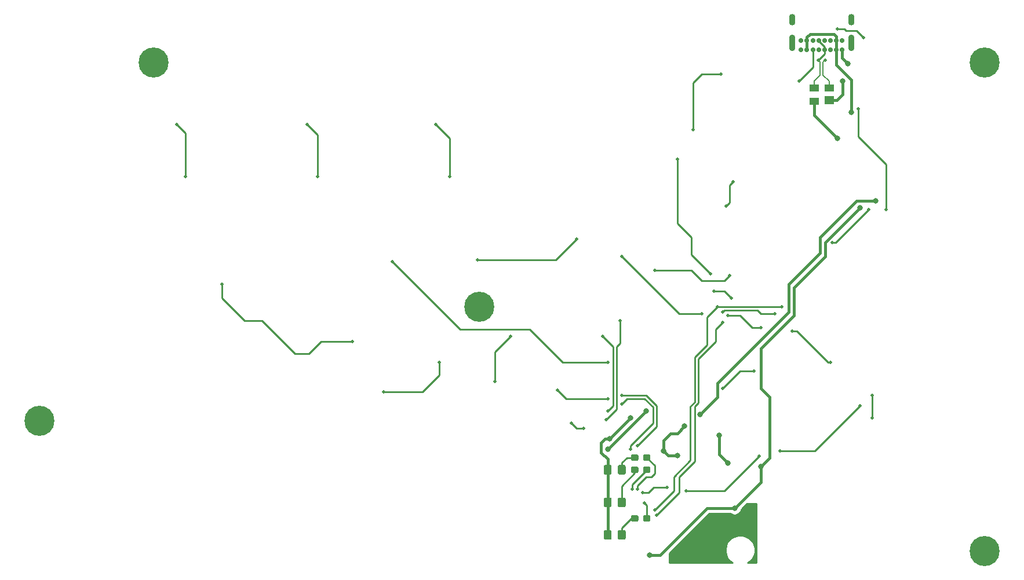
<source format=gtl>
G04 #@! TF.GenerationSoftware,KiCad,Pcbnew,5.1.5*
G04 #@! TF.CreationDate,2019-12-26T05:57:11+09:00*
G04 #@! TF.ProjectId,half_qwerty,68616c66-5f71-4776-9572-74792e6b6963,rev?*
G04 #@! TF.SameCoordinates,Original*
G04 #@! TF.FileFunction,Copper,L1,Top*
G04 #@! TF.FilePolarity,Positive*
%FSLAX46Y46*%
G04 Gerber Fmt 4.6, Leading zero omitted, Abs format (unit mm)*
G04 Created by KiCad (PCBNEW 5.1.5) date 2019-12-26 05:57:11*
%MOMM*%
%LPD*%
G04 APERTURE LIST*
%ADD10C,0.100000*%
%ADD11C,0.700000*%
%ADD12O,0.900000X2.400000*%
%ADD13O,0.900000X1.700000*%
%ADD14R,1.400000X1.000000*%
%ADD15R,1.400000X1.200000*%
%ADD16C,4.400000*%
%ADD17C,0.500000*%
%ADD18C,0.800000*%
%ADD19C,0.250000*%
%ADD20C,0.400000*%
%ADD21C,0.200000*%
%ADD22C,0.254000*%
G04 APERTURE END LIST*
G04 #@! TA.AperFunction,SMDPad,CuDef*
D10*
G36*
X170631779Y-139988144D02*
G01*
X170654834Y-139991563D01*
X170677443Y-139997227D01*
X170699387Y-140005079D01*
X170720457Y-140015044D01*
X170740448Y-140027026D01*
X170759168Y-140040910D01*
X170776438Y-140056562D01*
X170792090Y-140073832D01*
X170805974Y-140092552D01*
X170817956Y-140112543D01*
X170827921Y-140133613D01*
X170835773Y-140155557D01*
X170841437Y-140178166D01*
X170844856Y-140201221D01*
X170846000Y-140224500D01*
X170846000Y-140699500D01*
X170844856Y-140722779D01*
X170841437Y-140745834D01*
X170835773Y-140768443D01*
X170827921Y-140790387D01*
X170817956Y-140811457D01*
X170805974Y-140831448D01*
X170792090Y-140850168D01*
X170776438Y-140867438D01*
X170759168Y-140883090D01*
X170740448Y-140896974D01*
X170720457Y-140908956D01*
X170699387Y-140918921D01*
X170677443Y-140926773D01*
X170654834Y-140932437D01*
X170631779Y-140935856D01*
X170608500Y-140937000D01*
X170033500Y-140937000D01*
X170010221Y-140935856D01*
X169987166Y-140932437D01*
X169964557Y-140926773D01*
X169942613Y-140918921D01*
X169921543Y-140908956D01*
X169901552Y-140896974D01*
X169882832Y-140883090D01*
X169865562Y-140867438D01*
X169849910Y-140850168D01*
X169836026Y-140831448D01*
X169824044Y-140811457D01*
X169814079Y-140790387D01*
X169806227Y-140768443D01*
X169800563Y-140745834D01*
X169797144Y-140722779D01*
X169796000Y-140699500D01*
X169796000Y-140224500D01*
X169797144Y-140201221D01*
X169800563Y-140178166D01*
X169806227Y-140155557D01*
X169814079Y-140133613D01*
X169824044Y-140112543D01*
X169836026Y-140092552D01*
X169849910Y-140073832D01*
X169865562Y-140056562D01*
X169882832Y-140040910D01*
X169901552Y-140027026D01*
X169921543Y-140015044D01*
X169942613Y-140005079D01*
X169964557Y-139997227D01*
X169987166Y-139991563D01*
X170010221Y-139988144D01*
X170033500Y-139987000D01*
X170608500Y-139987000D01*
X170631779Y-139988144D01*
G37*
G04 #@! TD.AperFunction*
G04 #@! TA.AperFunction,SMDPad,CuDef*
G36*
X172381779Y-139988144D02*
G01*
X172404834Y-139991563D01*
X172427443Y-139997227D01*
X172449387Y-140005079D01*
X172470457Y-140015044D01*
X172490448Y-140027026D01*
X172509168Y-140040910D01*
X172526438Y-140056562D01*
X172542090Y-140073832D01*
X172555974Y-140092552D01*
X172567956Y-140112543D01*
X172577921Y-140133613D01*
X172585773Y-140155557D01*
X172591437Y-140178166D01*
X172594856Y-140201221D01*
X172596000Y-140224500D01*
X172596000Y-140699500D01*
X172594856Y-140722779D01*
X172591437Y-140745834D01*
X172585773Y-140768443D01*
X172577921Y-140790387D01*
X172567956Y-140811457D01*
X172555974Y-140831448D01*
X172542090Y-140850168D01*
X172526438Y-140867438D01*
X172509168Y-140883090D01*
X172490448Y-140896974D01*
X172470457Y-140908956D01*
X172449387Y-140918921D01*
X172427443Y-140926773D01*
X172404834Y-140932437D01*
X172381779Y-140935856D01*
X172358500Y-140937000D01*
X171783500Y-140937000D01*
X171760221Y-140935856D01*
X171737166Y-140932437D01*
X171714557Y-140926773D01*
X171692613Y-140918921D01*
X171671543Y-140908956D01*
X171651552Y-140896974D01*
X171632832Y-140883090D01*
X171615562Y-140867438D01*
X171599910Y-140850168D01*
X171586026Y-140831448D01*
X171574044Y-140811457D01*
X171564079Y-140790387D01*
X171556227Y-140768443D01*
X171550563Y-140745834D01*
X171547144Y-140722779D01*
X171546000Y-140699500D01*
X171546000Y-140224500D01*
X171547144Y-140201221D01*
X171550563Y-140178166D01*
X171556227Y-140155557D01*
X171564079Y-140133613D01*
X171574044Y-140112543D01*
X171586026Y-140092552D01*
X171599910Y-140073832D01*
X171615562Y-140056562D01*
X171632832Y-140040910D01*
X171651552Y-140027026D01*
X171671543Y-140015044D01*
X171692613Y-140005079D01*
X171714557Y-139997227D01*
X171737166Y-139991563D01*
X171760221Y-139988144D01*
X171783500Y-139987000D01*
X172358500Y-139987000D01*
X172381779Y-139988144D01*
G37*
G04 #@! TD.AperFunction*
G04 #@! TA.AperFunction,SMDPad,CuDef*
G36*
X170631779Y-132876144D02*
G01*
X170654834Y-132879563D01*
X170677443Y-132885227D01*
X170699387Y-132893079D01*
X170720457Y-132903044D01*
X170740448Y-132915026D01*
X170759168Y-132928910D01*
X170776438Y-132944562D01*
X170792090Y-132961832D01*
X170805974Y-132980552D01*
X170817956Y-133000543D01*
X170827921Y-133021613D01*
X170835773Y-133043557D01*
X170841437Y-133066166D01*
X170844856Y-133089221D01*
X170846000Y-133112500D01*
X170846000Y-133587500D01*
X170844856Y-133610779D01*
X170841437Y-133633834D01*
X170835773Y-133656443D01*
X170827921Y-133678387D01*
X170817956Y-133699457D01*
X170805974Y-133719448D01*
X170792090Y-133738168D01*
X170776438Y-133755438D01*
X170759168Y-133771090D01*
X170740448Y-133784974D01*
X170720457Y-133796956D01*
X170699387Y-133806921D01*
X170677443Y-133814773D01*
X170654834Y-133820437D01*
X170631779Y-133823856D01*
X170608500Y-133825000D01*
X170033500Y-133825000D01*
X170010221Y-133823856D01*
X169987166Y-133820437D01*
X169964557Y-133814773D01*
X169942613Y-133806921D01*
X169921543Y-133796956D01*
X169901552Y-133784974D01*
X169882832Y-133771090D01*
X169865562Y-133755438D01*
X169849910Y-133738168D01*
X169836026Y-133719448D01*
X169824044Y-133699457D01*
X169814079Y-133678387D01*
X169806227Y-133656443D01*
X169800563Y-133633834D01*
X169797144Y-133610779D01*
X169796000Y-133587500D01*
X169796000Y-133112500D01*
X169797144Y-133089221D01*
X169800563Y-133066166D01*
X169806227Y-133043557D01*
X169814079Y-133021613D01*
X169824044Y-133000543D01*
X169836026Y-132980552D01*
X169849910Y-132961832D01*
X169865562Y-132944562D01*
X169882832Y-132928910D01*
X169901552Y-132915026D01*
X169921543Y-132903044D01*
X169942613Y-132893079D01*
X169964557Y-132885227D01*
X169987166Y-132879563D01*
X170010221Y-132876144D01*
X170033500Y-132875000D01*
X170608500Y-132875000D01*
X170631779Y-132876144D01*
G37*
G04 #@! TD.AperFunction*
G04 #@! TA.AperFunction,SMDPad,CuDef*
G36*
X172381779Y-132876144D02*
G01*
X172404834Y-132879563D01*
X172427443Y-132885227D01*
X172449387Y-132893079D01*
X172470457Y-132903044D01*
X172490448Y-132915026D01*
X172509168Y-132928910D01*
X172526438Y-132944562D01*
X172542090Y-132961832D01*
X172555974Y-132980552D01*
X172567956Y-133000543D01*
X172577921Y-133021613D01*
X172585773Y-133043557D01*
X172591437Y-133066166D01*
X172594856Y-133089221D01*
X172596000Y-133112500D01*
X172596000Y-133587500D01*
X172594856Y-133610779D01*
X172591437Y-133633834D01*
X172585773Y-133656443D01*
X172577921Y-133678387D01*
X172567956Y-133699457D01*
X172555974Y-133719448D01*
X172542090Y-133738168D01*
X172526438Y-133755438D01*
X172509168Y-133771090D01*
X172490448Y-133784974D01*
X172470457Y-133796956D01*
X172449387Y-133806921D01*
X172427443Y-133814773D01*
X172404834Y-133820437D01*
X172381779Y-133823856D01*
X172358500Y-133825000D01*
X171783500Y-133825000D01*
X171760221Y-133823856D01*
X171737166Y-133820437D01*
X171714557Y-133814773D01*
X171692613Y-133806921D01*
X171671543Y-133796956D01*
X171651552Y-133784974D01*
X171632832Y-133771090D01*
X171615562Y-133755438D01*
X171599910Y-133738168D01*
X171586026Y-133719448D01*
X171574044Y-133699457D01*
X171564079Y-133678387D01*
X171556227Y-133656443D01*
X171550563Y-133633834D01*
X171547144Y-133610779D01*
X171546000Y-133587500D01*
X171546000Y-133112500D01*
X171547144Y-133089221D01*
X171550563Y-133066166D01*
X171556227Y-133043557D01*
X171564079Y-133021613D01*
X171574044Y-133000543D01*
X171586026Y-132980552D01*
X171599910Y-132961832D01*
X171615562Y-132944562D01*
X171632832Y-132928910D01*
X171651552Y-132915026D01*
X171671543Y-132903044D01*
X171692613Y-132893079D01*
X171714557Y-132885227D01*
X171737166Y-132879563D01*
X171760221Y-132876144D01*
X171783500Y-132875000D01*
X172358500Y-132875000D01*
X172381779Y-132876144D01*
G37*
G04 #@! TD.AperFunction*
G04 #@! TA.AperFunction,SMDPad,CuDef*
G36*
X170631779Y-131098144D02*
G01*
X170654834Y-131101563D01*
X170677443Y-131107227D01*
X170699387Y-131115079D01*
X170720457Y-131125044D01*
X170740448Y-131137026D01*
X170759168Y-131150910D01*
X170776438Y-131166562D01*
X170792090Y-131183832D01*
X170805974Y-131202552D01*
X170817956Y-131222543D01*
X170827921Y-131243613D01*
X170835773Y-131265557D01*
X170841437Y-131288166D01*
X170844856Y-131311221D01*
X170846000Y-131334500D01*
X170846000Y-131809500D01*
X170844856Y-131832779D01*
X170841437Y-131855834D01*
X170835773Y-131878443D01*
X170827921Y-131900387D01*
X170817956Y-131921457D01*
X170805974Y-131941448D01*
X170792090Y-131960168D01*
X170776438Y-131977438D01*
X170759168Y-131993090D01*
X170740448Y-132006974D01*
X170720457Y-132018956D01*
X170699387Y-132028921D01*
X170677443Y-132036773D01*
X170654834Y-132042437D01*
X170631779Y-132045856D01*
X170608500Y-132047000D01*
X170033500Y-132047000D01*
X170010221Y-132045856D01*
X169987166Y-132042437D01*
X169964557Y-132036773D01*
X169942613Y-132028921D01*
X169921543Y-132018956D01*
X169901552Y-132006974D01*
X169882832Y-131993090D01*
X169865562Y-131977438D01*
X169849910Y-131960168D01*
X169836026Y-131941448D01*
X169824044Y-131921457D01*
X169814079Y-131900387D01*
X169806227Y-131878443D01*
X169800563Y-131855834D01*
X169797144Y-131832779D01*
X169796000Y-131809500D01*
X169796000Y-131334500D01*
X169797144Y-131311221D01*
X169800563Y-131288166D01*
X169806227Y-131265557D01*
X169814079Y-131243613D01*
X169824044Y-131222543D01*
X169836026Y-131202552D01*
X169849910Y-131183832D01*
X169865562Y-131166562D01*
X169882832Y-131150910D01*
X169901552Y-131137026D01*
X169921543Y-131125044D01*
X169942613Y-131115079D01*
X169964557Y-131107227D01*
X169987166Y-131101563D01*
X170010221Y-131098144D01*
X170033500Y-131097000D01*
X170608500Y-131097000D01*
X170631779Y-131098144D01*
G37*
G04 #@! TD.AperFunction*
G04 #@! TA.AperFunction,SMDPad,CuDef*
G36*
X172381779Y-131098144D02*
G01*
X172404834Y-131101563D01*
X172427443Y-131107227D01*
X172449387Y-131115079D01*
X172470457Y-131125044D01*
X172490448Y-131137026D01*
X172509168Y-131150910D01*
X172526438Y-131166562D01*
X172542090Y-131183832D01*
X172555974Y-131202552D01*
X172567956Y-131222543D01*
X172577921Y-131243613D01*
X172585773Y-131265557D01*
X172591437Y-131288166D01*
X172594856Y-131311221D01*
X172596000Y-131334500D01*
X172596000Y-131809500D01*
X172594856Y-131832779D01*
X172591437Y-131855834D01*
X172585773Y-131878443D01*
X172577921Y-131900387D01*
X172567956Y-131921457D01*
X172555974Y-131941448D01*
X172542090Y-131960168D01*
X172526438Y-131977438D01*
X172509168Y-131993090D01*
X172490448Y-132006974D01*
X172470457Y-132018956D01*
X172449387Y-132028921D01*
X172427443Y-132036773D01*
X172404834Y-132042437D01*
X172381779Y-132045856D01*
X172358500Y-132047000D01*
X171783500Y-132047000D01*
X171760221Y-132045856D01*
X171737166Y-132042437D01*
X171714557Y-132036773D01*
X171692613Y-132028921D01*
X171671543Y-132018956D01*
X171651552Y-132006974D01*
X171632832Y-131993090D01*
X171615562Y-131977438D01*
X171599910Y-131960168D01*
X171586026Y-131941448D01*
X171574044Y-131921457D01*
X171564079Y-131900387D01*
X171556227Y-131878443D01*
X171550563Y-131855834D01*
X171547144Y-131832779D01*
X171546000Y-131809500D01*
X171546000Y-131334500D01*
X171547144Y-131311221D01*
X171550563Y-131288166D01*
X171556227Y-131265557D01*
X171564079Y-131243613D01*
X171574044Y-131222543D01*
X171586026Y-131202552D01*
X171599910Y-131183832D01*
X171615562Y-131166562D01*
X171632832Y-131150910D01*
X171651552Y-131137026D01*
X171671543Y-131125044D01*
X171692613Y-131115079D01*
X171714557Y-131107227D01*
X171737166Y-131101563D01*
X171760221Y-131098144D01*
X171783500Y-131097000D01*
X172358500Y-131097000D01*
X172381779Y-131098144D01*
G37*
G04 #@! TD.AperFunction*
G04 #@! TA.AperFunction,SMDPad,CuDef*
G36*
X168760505Y-142176204D02*
G01*
X168784773Y-142179804D01*
X168808572Y-142185765D01*
X168831671Y-142194030D01*
X168853850Y-142204520D01*
X168874893Y-142217132D01*
X168894599Y-142231747D01*
X168912777Y-142248223D01*
X168929253Y-142266401D01*
X168943868Y-142286107D01*
X168956480Y-142307150D01*
X168966970Y-142329329D01*
X168975235Y-142352428D01*
X168981196Y-142376227D01*
X168984796Y-142400495D01*
X168986000Y-142424999D01*
X168986000Y-143325001D01*
X168984796Y-143349505D01*
X168981196Y-143373773D01*
X168975235Y-143397572D01*
X168966970Y-143420671D01*
X168956480Y-143442850D01*
X168943868Y-143463893D01*
X168929253Y-143483599D01*
X168912777Y-143501777D01*
X168894599Y-143518253D01*
X168874893Y-143532868D01*
X168853850Y-143545480D01*
X168831671Y-143555970D01*
X168808572Y-143564235D01*
X168784773Y-143570196D01*
X168760505Y-143573796D01*
X168736001Y-143575000D01*
X168085999Y-143575000D01*
X168061495Y-143573796D01*
X168037227Y-143570196D01*
X168013428Y-143564235D01*
X167990329Y-143555970D01*
X167968150Y-143545480D01*
X167947107Y-143532868D01*
X167927401Y-143518253D01*
X167909223Y-143501777D01*
X167892747Y-143483599D01*
X167878132Y-143463893D01*
X167865520Y-143442850D01*
X167855030Y-143420671D01*
X167846765Y-143397572D01*
X167840804Y-143373773D01*
X167837204Y-143349505D01*
X167836000Y-143325001D01*
X167836000Y-142424999D01*
X167837204Y-142400495D01*
X167840804Y-142376227D01*
X167846765Y-142352428D01*
X167855030Y-142329329D01*
X167865520Y-142307150D01*
X167878132Y-142286107D01*
X167892747Y-142266401D01*
X167909223Y-142248223D01*
X167927401Y-142231747D01*
X167947107Y-142217132D01*
X167968150Y-142204520D01*
X167990329Y-142194030D01*
X168013428Y-142185765D01*
X168037227Y-142179804D01*
X168061495Y-142176204D01*
X168085999Y-142175000D01*
X168736001Y-142175000D01*
X168760505Y-142176204D01*
G37*
G04 #@! TD.AperFunction*
G04 #@! TA.AperFunction,SMDPad,CuDef*
G36*
X166710505Y-142176204D02*
G01*
X166734773Y-142179804D01*
X166758572Y-142185765D01*
X166781671Y-142194030D01*
X166803850Y-142204520D01*
X166824893Y-142217132D01*
X166844599Y-142231747D01*
X166862777Y-142248223D01*
X166879253Y-142266401D01*
X166893868Y-142286107D01*
X166906480Y-142307150D01*
X166916970Y-142329329D01*
X166925235Y-142352428D01*
X166931196Y-142376227D01*
X166934796Y-142400495D01*
X166936000Y-142424999D01*
X166936000Y-143325001D01*
X166934796Y-143349505D01*
X166931196Y-143373773D01*
X166925235Y-143397572D01*
X166916970Y-143420671D01*
X166906480Y-143442850D01*
X166893868Y-143463893D01*
X166879253Y-143483599D01*
X166862777Y-143501777D01*
X166844599Y-143518253D01*
X166824893Y-143532868D01*
X166803850Y-143545480D01*
X166781671Y-143555970D01*
X166758572Y-143564235D01*
X166734773Y-143570196D01*
X166710505Y-143573796D01*
X166686001Y-143575000D01*
X166035999Y-143575000D01*
X166011495Y-143573796D01*
X165987227Y-143570196D01*
X165963428Y-143564235D01*
X165940329Y-143555970D01*
X165918150Y-143545480D01*
X165897107Y-143532868D01*
X165877401Y-143518253D01*
X165859223Y-143501777D01*
X165842747Y-143483599D01*
X165828132Y-143463893D01*
X165815520Y-143442850D01*
X165805030Y-143420671D01*
X165796765Y-143397572D01*
X165790804Y-143373773D01*
X165787204Y-143349505D01*
X165786000Y-143325001D01*
X165786000Y-142424999D01*
X165787204Y-142400495D01*
X165790804Y-142376227D01*
X165796765Y-142352428D01*
X165805030Y-142329329D01*
X165815520Y-142307150D01*
X165828132Y-142286107D01*
X165842747Y-142266401D01*
X165859223Y-142248223D01*
X165877401Y-142231747D01*
X165897107Y-142217132D01*
X165918150Y-142204520D01*
X165940329Y-142194030D01*
X165963428Y-142185765D01*
X165987227Y-142179804D01*
X166011495Y-142176204D01*
X166035999Y-142175000D01*
X166686001Y-142175000D01*
X166710505Y-142176204D01*
G37*
G04 #@! TD.AperFunction*
G04 #@! TA.AperFunction,SMDPad,CuDef*
G36*
X168760505Y-137413704D02*
G01*
X168784773Y-137417304D01*
X168808572Y-137423265D01*
X168831671Y-137431530D01*
X168853850Y-137442020D01*
X168874893Y-137454632D01*
X168894599Y-137469247D01*
X168912777Y-137485723D01*
X168929253Y-137503901D01*
X168943868Y-137523607D01*
X168956480Y-137544650D01*
X168966970Y-137566829D01*
X168975235Y-137589928D01*
X168981196Y-137613727D01*
X168984796Y-137637995D01*
X168986000Y-137662499D01*
X168986000Y-138562501D01*
X168984796Y-138587005D01*
X168981196Y-138611273D01*
X168975235Y-138635072D01*
X168966970Y-138658171D01*
X168956480Y-138680350D01*
X168943868Y-138701393D01*
X168929253Y-138721099D01*
X168912777Y-138739277D01*
X168894599Y-138755753D01*
X168874893Y-138770368D01*
X168853850Y-138782980D01*
X168831671Y-138793470D01*
X168808572Y-138801735D01*
X168784773Y-138807696D01*
X168760505Y-138811296D01*
X168736001Y-138812500D01*
X168085999Y-138812500D01*
X168061495Y-138811296D01*
X168037227Y-138807696D01*
X168013428Y-138801735D01*
X167990329Y-138793470D01*
X167968150Y-138782980D01*
X167947107Y-138770368D01*
X167927401Y-138755753D01*
X167909223Y-138739277D01*
X167892747Y-138721099D01*
X167878132Y-138701393D01*
X167865520Y-138680350D01*
X167855030Y-138658171D01*
X167846765Y-138635072D01*
X167840804Y-138611273D01*
X167837204Y-138587005D01*
X167836000Y-138562501D01*
X167836000Y-137662499D01*
X167837204Y-137637995D01*
X167840804Y-137613727D01*
X167846765Y-137589928D01*
X167855030Y-137566829D01*
X167865520Y-137544650D01*
X167878132Y-137523607D01*
X167892747Y-137503901D01*
X167909223Y-137485723D01*
X167927401Y-137469247D01*
X167947107Y-137454632D01*
X167968150Y-137442020D01*
X167990329Y-137431530D01*
X168013428Y-137423265D01*
X168037227Y-137417304D01*
X168061495Y-137413704D01*
X168085999Y-137412500D01*
X168736001Y-137412500D01*
X168760505Y-137413704D01*
G37*
G04 #@! TD.AperFunction*
G04 #@! TA.AperFunction,SMDPad,CuDef*
G36*
X166710505Y-137413704D02*
G01*
X166734773Y-137417304D01*
X166758572Y-137423265D01*
X166781671Y-137431530D01*
X166803850Y-137442020D01*
X166824893Y-137454632D01*
X166844599Y-137469247D01*
X166862777Y-137485723D01*
X166879253Y-137503901D01*
X166893868Y-137523607D01*
X166906480Y-137544650D01*
X166916970Y-137566829D01*
X166925235Y-137589928D01*
X166931196Y-137613727D01*
X166934796Y-137637995D01*
X166936000Y-137662499D01*
X166936000Y-138562501D01*
X166934796Y-138587005D01*
X166931196Y-138611273D01*
X166925235Y-138635072D01*
X166916970Y-138658171D01*
X166906480Y-138680350D01*
X166893868Y-138701393D01*
X166879253Y-138721099D01*
X166862777Y-138739277D01*
X166844599Y-138755753D01*
X166824893Y-138770368D01*
X166803850Y-138782980D01*
X166781671Y-138793470D01*
X166758572Y-138801735D01*
X166734773Y-138807696D01*
X166710505Y-138811296D01*
X166686001Y-138812500D01*
X166035999Y-138812500D01*
X166011495Y-138811296D01*
X165987227Y-138807696D01*
X165963428Y-138801735D01*
X165940329Y-138793470D01*
X165918150Y-138782980D01*
X165897107Y-138770368D01*
X165877401Y-138755753D01*
X165859223Y-138739277D01*
X165842747Y-138721099D01*
X165828132Y-138701393D01*
X165815520Y-138680350D01*
X165805030Y-138658171D01*
X165796765Y-138635072D01*
X165790804Y-138611273D01*
X165787204Y-138587005D01*
X165786000Y-138562501D01*
X165786000Y-137662499D01*
X165787204Y-137637995D01*
X165790804Y-137613727D01*
X165796765Y-137589928D01*
X165805030Y-137566829D01*
X165815520Y-137544650D01*
X165828132Y-137523607D01*
X165842747Y-137503901D01*
X165859223Y-137485723D01*
X165877401Y-137469247D01*
X165897107Y-137454632D01*
X165918150Y-137442020D01*
X165940329Y-137431530D01*
X165963428Y-137423265D01*
X165987227Y-137417304D01*
X166011495Y-137413704D01*
X166035999Y-137412500D01*
X166686001Y-137412500D01*
X166710505Y-137413704D01*
G37*
G04 #@! TD.AperFunction*
G04 #@! TA.AperFunction,SMDPad,CuDef*
G36*
X168760505Y-132651204D02*
G01*
X168784773Y-132654804D01*
X168808572Y-132660765D01*
X168831671Y-132669030D01*
X168853850Y-132679520D01*
X168874893Y-132692132D01*
X168894599Y-132706747D01*
X168912777Y-132723223D01*
X168929253Y-132741401D01*
X168943868Y-132761107D01*
X168956480Y-132782150D01*
X168966970Y-132804329D01*
X168975235Y-132827428D01*
X168981196Y-132851227D01*
X168984796Y-132875495D01*
X168986000Y-132899999D01*
X168986000Y-133800001D01*
X168984796Y-133824505D01*
X168981196Y-133848773D01*
X168975235Y-133872572D01*
X168966970Y-133895671D01*
X168956480Y-133917850D01*
X168943868Y-133938893D01*
X168929253Y-133958599D01*
X168912777Y-133976777D01*
X168894599Y-133993253D01*
X168874893Y-134007868D01*
X168853850Y-134020480D01*
X168831671Y-134030970D01*
X168808572Y-134039235D01*
X168784773Y-134045196D01*
X168760505Y-134048796D01*
X168736001Y-134050000D01*
X168085999Y-134050000D01*
X168061495Y-134048796D01*
X168037227Y-134045196D01*
X168013428Y-134039235D01*
X167990329Y-134030970D01*
X167968150Y-134020480D01*
X167947107Y-134007868D01*
X167927401Y-133993253D01*
X167909223Y-133976777D01*
X167892747Y-133958599D01*
X167878132Y-133938893D01*
X167865520Y-133917850D01*
X167855030Y-133895671D01*
X167846765Y-133872572D01*
X167840804Y-133848773D01*
X167837204Y-133824505D01*
X167836000Y-133800001D01*
X167836000Y-132899999D01*
X167837204Y-132875495D01*
X167840804Y-132851227D01*
X167846765Y-132827428D01*
X167855030Y-132804329D01*
X167865520Y-132782150D01*
X167878132Y-132761107D01*
X167892747Y-132741401D01*
X167909223Y-132723223D01*
X167927401Y-132706747D01*
X167947107Y-132692132D01*
X167968150Y-132679520D01*
X167990329Y-132669030D01*
X168013428Y-132660765D01*
X168037227Y-132654804D01*
X168061495Y-132651204D01*
X168085999Y-132650000D01*
X168736001Y-132650000D01*
X168760505Y-132651204D01*
G37*
G04 #@! TD.AperFunction*
G04 #@! TA.AperFunction,SMDPad,CuDef*
G36*
X166710505Y-132651204D02*
G01*
X166734773Y-132654804D01*
X166758572Y-132660765D01*
X166781671Y-132669030D01*
X166803850Y-132679520D01*
X166824893Y-132692132D01*
X166844599Y-132706747D01*
X166862777Y-132723223D01*
X166879253Y-132741401D01*
X166893868Y-132761107D01*
X166906480Y-132782150D01*
X166916970Y-132804329D01*
X166925235Y-132827428D01*
X166931196Y-132851227D01*
X166934796Y-132875495D01*
X166936000Y-132899999D01*
X166936000Y-133800001D01*
X166934796Y-133824505D01*
X166931196Y-133848773D01*
X166925235Y-133872572D01*
X166916970Y-133895671D01*
X166906480Y-133917850D01*
X166893868Y-133938893D01*
X166879253Y-133958599D01*
X166862777Y-133976777D01*
X166844599Y-133993253D01*
X166824893Y-134007868D01*
X166803850Y-134020480D01*
X166781671Y-134030970D01*
X166758572Y-134039235D01*
X166734773Y-134045196D01*
X166710505Y-134048796D01*
X166686001Y-134050000D01*
X166035999Y-134050000D01*
X166011495Y-134048796D01*
X165987227Y-134045196D01*
X165963428Y-134039235D01*
X165940329Y-134030970D01*
X165918150Y-134020480D01*
X165897107Y-134007868D01*
X165877401Y-133993253D01*
X165859223Y-133976777D01*
X165842747Y-133958599D01*
X165828132Y-133938893D01*
X165815520Y-133917850D01*
X165805030Y-133895671D01*
X165796765Y-133872572D01*
X165790804Y-133848773D01*
X165787204Y-133824505D01*
X165786000Y-133800001D01*
X165786000Y-132899999D01*
X165787204Y-132875495D01*
X165790804Y-132851227D01*
X165796765Y-132827428D01*
X165805030Y-132804329D01*
X165815520Y-132782150D01*
X165828132Y-132761107D01*
X165842747Y-132741401D01*
X165859223Y-132723223D01*
X165877401Y-132706747D01*
X165897107Y-132692132D01*
X165918150Y-132679520D01*
X165940329Y-132669030D01*
X165963428Y-132660765D01*
X165987227Y-132654804D01*
X166011495Y-132651204D01*
X166035999Y-132650000D01*
X166686001Y-132650000D01*
X166710505Y-132651204D01*
G37*
G04 #@! TD.AperFunction*
D11*
X194627500Y-71882000D03*
X195477500Y-71882000D03*
X196327500Y-71882000D03*
X197177500Y-71882000D03*
X198027500Y-71882000D03*
X198877500Y-71882000D03*
X199727500Y-71882000D03*
X200577500Y-71882000D03*
X195477500Y-70532000D03*
X197177500Y-70532000D03*
X196327500Y-70532000D03*
X194627500Y-70532000D03*
X198877500Y-70532000D03*
X199727500Y-70532000D03*
X200577500Y-70532000D03*
X198027500Y-70532000D03*
D12*
X193277500Y-70902000D03*
X201927500Y-70902000D03*
D13*
X193277500Y-67522000D03*
X201927500Y-67522000D03*
D14*
X196512000Y-79436000D03*
X196512000Y-77536000D03*
X198712000Y-77536000D03*
D15*
X198712000Y-79256000D03*
D16*
X147637500Y-109537500D03*
X221456250Y-145256250D03*
X83343750Y-126206250D03*
X221456250Y-73818750D03*
X100012500Y-73818750D03*
D17*
X178816000Y-83566000D03*
X182880000Y-75438000D03*
X152146000Y-113792000D03*
X149860000Y-120396000D03*
X104648000Y-90424000D03*
X103378000Y-82804000D03*
X109982000Y-106172000D03*
X129032000Y-114554000D03*
X133604000Y-121920000D03*
X141732000Y-117602000D03*
X159004000Y-121666000D03*
X166370000Y-122936000D03*
X168402000Y-122428000D03*
X170688000Y-129794000D03*
X168402000Y-123698000D03*
X169672000Y-130302000D03*
X123952000Y-90424000D03*
X122428000Y-82804000D03*
X187706000Y-118872000D03*
X183134000Y-121412000D03*
X134874000Y-102870000D03*
X166370000Y-117602000D03*
X165608000Y-113792000D03*
X166370000Y-124714000D03*
X204470000Y-95250000D03*
X199136000Y-100076000D03*
X184150000Y-104902000D03*
X173228000Y-104140000D03*
X198882000Y-117602000D03*
X193294000Y-113030000D03*
X190754000Y-110490000D03*
X162814000Y-127254000D03*
X168148000Y-111506000D03*
X166116000Y-125984000D03*
X183134000Y-110236000D03*
X161036000Y-126492000D03*
X169926000Y-136144000D03*
X170688000Y-136144000D03*
X203200000Y-123952000D03*
X191516000Y-130556000D03*
X188468000Y-131318000D03*
X177800000Y-136398000D03*
X175006000Y-135890000D03*
X171450000Y-136652000D03*
X171704000Y-138176000D03*
X184658000Y-91186000D03*
X183642000Y-94742000D03*
X202946000Y-80518000D03*
X207010000Y-95250000D03*
X191770000Y-109474000D03*
X173228000Y-139192000D03*
X182372000Y-109474000D03*
X176530000Y-87884000D03*
X181356000Y-104648000D03*
X181864000Y-107188000D03*
X184404000Y-108204000D03*
X183134000Y-111760000D03*
X173482000Y-139954000D03*
X143256000Y-90424000D03*
X141224000Y-82804000D03*
X161798000Y-99568000D03*
X147320000Y-102616000D03*
X204978000Y-125730000D03*
X168402000Y-102108000D03*
X180086000Y-110490000D03*
X188722000Y-112522000D03*
X183896000Y-110744000D03*
X204978000Y-122428000D03*
D18*
X201422000Y-73914000D03*
X200660000Y-76454000D03*
X181064000Y-141013000D03*
X182626000Y-145288000D03*
X187198000Y-142875000D03*
X184404000Y-142748000D03*
X176587686Y-131260314D03*
X174498000Y-130556000D03*
X177603686Y-126942314D03*
X179324000Y-143256000D03*
X169672000Y-125730000D03*
X166624000Y-128778000D03*
X182626000Y-128270000D03*
X183896000Y-132334000D03*
X177292000Y-144526000D03*
X176022000Y-146558000D03*
X180086000Y-146558000D03*
X199898000Y-84836000D03*
X203200000Y-94996000D03*
X184912000Y-138938000D03*
X172466000Y-145796000D03*
X171958000Y-124714000D03*
X166370000Y-130302000D03*
X188722000Y-132842000D03*
X205486000Y-93980000D03*
X179832000Y-125222000D03*
D17*
X197104000Y-73406000D03*
X198120000Y-73406000D03*
D18*
X201930000Y-81026000D03*
D17*
X203708000Y-70104000D03*
X199898006Y-68834000D03*
X194310000Y-76454000D03*
D19*
X182880000Y-75438000D02*
X182880000Y-75438000D01*
X180086000Y-75438000D02*
X178816000Y-76708000D01*
X178816000Y-76708000D02*
X178816000Y-82550000D01*
X178816000Y-82550000D02*
X178816000Y-83566000D01*
X178816000Y-83566000D02*
X178816000Y-83566000D01*
X182880000Y-75438000D02*
X180086000Y-75438000D01*
X149860000Y-120396000D02*
X149860000Y-120396000D01*
X149860000Y-116078000D02*
X152146000Y-113792000D01*
X152146000Y-113792000D02*
X152146000Y-113792000D01*
X149860000Y-120396000D02*
X149860000Y-116078000D01*
X104648000Y-90424000D02*
X104648000Y-90424000D01*
X104648000Y-84074000D02*
X103378000Y-82804000D01*
X104648000Y-90424000D02*
X104648000Y-84074000D01*
X103378000Y-82804000D02*
X103378000Y-82804000D01*
X139320487Y-121920000D02*
X141732000Y-119508487D01*
X141732000Y-117955553D02*
X141732000Y-117602000D01*
X141732000Y-119508487D02*
X141732000Y-117955553D01*
X133604000Y-121920000D02*
X139320487Y-121920000D01*
X160274000Y-122936000D02*
X166370000Y-122936000D01*
X159004000Y-121666000D02*
X160274000Y-122936000D01*
X124460000Y-114554000D02*
X129032000Y-114554000D01*
X113284000Y-111506000D02*
X115824000Y-111506000D01*
X115824000Y-111506000D02*
X120650000Y-116332000D01*
X122682000Y-116332000D02*
X124460000Y-114554000D01*
X109982000Y-108204000D02*
X113284000Y-111506000D01*
X109982000Y-106172000D02*
X109982000Y-108204000D01*
X120650000Y-116332000D02*
X122682000Y-116332000D01*
X173482000Y-127000000D02*
X170688000Y-129794000D01*
X173482000Y-123952000D02*
X173482000Y-127000000D01*
X168402000Y-122428000D02*
X171958000Y-122428000D01*
X171958000Y-122428000D02*
X173482000Y-123952000D01*
X169672000Y-129794000D02*
X169672000Y-130302000D01*
X169164000Y-122936000D02*
X171732501Y-122936000D01*
X168402000Y-123698000D02*
X169164000Y-122936000D01*
X172974000Y-124177499D02*
X172974000Y-126492000D01*
X171732501Y-122936000D02*
X172974000Y-124177499D01*
X172974000Y-126492000D02*
X169672000Y-129794000D01*
X123952000Y-90424000D02*
X123952000Y-84328000D01*
X123952000Y-84328000D02*
X122428000Y-82804000D01*
X166016447Y-117602000D02*
X166370000Y-117602000D01*
X159766000Y-117602000D02*
X166016447Y-117602000D01*
X154940000Y-112776000D02*
X159766000Y-117602000D01*
X134874000Y-102870000D02*
X144780000Y-112776000D01*
X144780000Y-112776000D02*
X154940000Y-112776000D01*
X185674000Y-118872000D02*
X183134000Y-121412000D01*
X187706000Y-118872000D02*
X185674000Y-118872000D01*
X204470000Y-95250000D02*
X199644000Y-100076000D01*
X199644000Y-100076000D02*
X199136000Y-100076000D01*
X178562000Y-104140000D02*
X173228000Y-104140000D01*
X180086000Y-105664000D02*
X178562000Y-104140000D01*
X184150000Y-104902000D02*
X183388000Y-105664000D01*
X183388000Y-105664000D02*
X180086000Y-105664000D01*
X167132000Y-123952000D02*
X166370000Y-124714000D01*
X165608000Y-113792000D02*
X167132000Y-115316000D01*
X167132000Y-115316000D02*
X167132000Y-123952000D01*
X193956447Y-113030000D02*
X193294000Y-113030000D01*
X198882000Y-117602000D02*
X198528447Y-117602000D01*
X198528447Y-117602000D02*
X193956447Y-113030000D01*
X183388000Y-109982000D02*
X183134000Y-110236000D01*
X188214000Y-109982000D02*
X183388000Y-109982000D01*
X190754000Y-110490000D02*
X188722000Y-110490000D01*
X188722000Y-110490000D02*
X188214000Y-109982000D01*
X167640000Y-124460000D02*
X166116000Y-125984000D01*
X167640000Y-115316000D02*
X167640000Y-124460000D01*
X168148000Y-111506000D02*
X168148000Y-114808000D01*
X168148000Y-114808000D02*
X167640000Y-115316000D01*
X161798000Y-127254000D02*
X161036000Y-126492000D01*
X162814000Y-127254000D02*
X161798000Y-127254000D01*
X169926000Y-135495000D02*
X172071000Y-133350000D01*
X169926000Y-136144000D02*
X169926000Y-135495000D01*
X173228000Y-132729000D02*
X172071000Y-131572000D01*
X170688000Y-135636000D02*
X171958000Y-134366000D01*
X170688000Y-136144000D02*
X170688000Y-135636000D01*
X172720000Y-134366000D02*
X173228000Y-133858000D01*
X171958000Y-134366000D02*
X172720000Y-134366000D01*
X173228000Y-133858000D02*
X173228000Y-132729000D01*
X203200000Y-123952000D02*
X200152000Y-127000000D01*
X200152000Y-127000000D02*
X196596000Y-130556000D01*
X196596000Y-130556000D02*
X191516000Y-130556000D01*
X188468000Y-131318000D02*
X183388000Y-136398000D01*
X183388000Y-136398000D02*
X177800000Y-136398000D01*
X172339000Y-136652000D02*
X171450000Y-136652000D01*
X175006000Y-135890000D02*
X173101000Y-135890000D01*
X173101000Y-135890000D02*
X172339000Y-136652000D01*
X172071000Y-138543000D02*
X172071000Y-140462000D01*
X171704000Y-138176000D02*
X172071000Y-138543000D01*
X191770000Y-109474000D02*
X182372000Y-109474000D01*
X176022000Y-136398000D02*
X173228000Y-139192000D01*
X176022000Y-134366000D02*
X176022000Y-136398000D01*
X180848000Y-110998000D02*
X180848000Y-115062000D01*
X178435000Y-131953000D02*
X176022000Y-134366000D01*
X180848000Y-115062000D02*
X179070000Y-116840000D01*
X178435000Y-124079000D02*
X178435000Y-131953000D01*
X179070000Y-116840000D02*
X179070000Y-123444000D01*
X182372000Y-109474000D02*
X180848000Y-110998000D01*
X179070000Y-123444000D02*
X178435000Y-124079000D01*
X184150000Y-94234000D02*
X183642000Y-94742000D01*
X184658000Y-91186000D02*
X184150000Y-91694000D01*
X184150000Y-91694000D02*
X184150000Y-94234000D01*
X207010000Y-94488000D02*
X207010000Y-95333751D01*
X207010000Y-88646000D02*
X207010000Y-94488000D01*
X202946000Y-80518000D02*
X202946000Y-84582000D01*
X202946000Y-84582000D02*
X207010000Y-88646000D01*
X181864000Y-107188000D02*
X183388000Y-107188000D01*
X183388000Y-107188000D02*
X184404000Y-108204000D01*
X179070000Y-124080410D02*
X179070000Y-125730000D01*
X182118000Y-114618205D02*
X179578000Y-117158205D01*
X182118000Y-112776000D02*
X182118000Y-114618205D01*
X179578000Y-123572410D02*
X179070000Y-124080410D01*
X183134000Y-111760000D02*
X182118000Y-112776000D01*
X179578000Y-117158205D02*
X179578000Y-123572410D01*
X179070000Y-125730000D02*
X179070000Y-132080000D01*
X179070000Y-132080000D02*
X176784000Y-134366000D01*
X176784000Y-134366000D02*
X176784000Y-136144000D01*
X176784000Y-136144000D02*
X176784000Y-136652000D01*
X176784000Y-136652000D02*
X173482000Y-139954000D01*
X178562000Y-101854000D02*
X181356000Y-104648000D01*
X176530000Y-87884000D02*
X176530000Y-97282000D01*
X178562000Y-99314000D02*
X178562000Y-101854000D01*
X176530000Y-97282000D02*
X178562000Y-99314000D01*
X143256000Y-84836000D02*
X141224000Y-82804000D01*
X143256000Y-90424000D02*
X143256000Y-84836000D01*
X153100498Y-102616000D02*
X147320000Y-102616000D01*
X161798000Y-99568000D02*
X158750000Y-102616000D01*
X158750000Y-102616000D02*
X153100498Y-102616000D01*
X168402000Y-102108000D02*
X169926000Y-103632000D01*
X169926000Y-103632000D02*
X176784000Y-110490000D01*
X176784000Y-110490000D02*
X180086000Y-110490000D01*
X185674000Y-110744000D02*
X183896000Y-110744000D01*
X188722000Y-112522000D02*
X187452000Y-112522000D01*
X187452000Y-112522000D02*
X185674000Y-110744000D01*
X204978000Y-125730000D02*
X204978000Y-122428000D01*
D20*
X200577500Y-71882000D02*
X200577500Y-73069500D01*
X200577500Y-73069500D02*
X201422000Y-73914000D01*
X199812000Y-79256000D02*
X198712000Y-79256000D01*
X200660000Y-78408000D02*
X199812000Y-79256000D01*
X200660000Y-76454000D02*
X200660000Y-78408000D01*
X176587686Y-131260314D02*
X175202314Y-131260314D01*
X175202314Y-131260314D02*
X174498000Y-130556000D01*
X177603686Y-126942314D02*
X176530000Y-128016000D01*
X176530000Y-128016000D02*
X175514000Y-128016000D01*
X174498000Y-129032000D02*
X174498000Y-130556000D01*
X175514000Y-128016000D02*
X174498000Y-129032000D01*
X169672000Y-125730000D02*
X166624000Y-128778000D01*
X182626000Y-128270000D02*
X182626000Y-131064000D01*
X182626000Y-131064000D02*
X183896000Y-132334000D01*
X166361000Y-142875000D02*
X166361000Y-133350000D01*
X165970001Y-128778000D02*
X166624000Y-128778000D01*
X165354000Y-129394001D02*
X165970001Y-128778000D01*
X165354000Y-130810000D02*
X165354000Y-129394001D01*
X166361000Y-133350000D02*
X166361000Y-131817000D01*
X166361000Y-131817000D02*
X165354000Y-130810000D01*
X196512000Y-81450000D02*
X196512000Y-79436000D01*
X199898000Y-84836000D02*
X196512000Y-81450000D01*
X188722000Y-135128000D02*
X184912000Y-138938000D01*
X173990000Y-145796000D02*
X172466000Y-145796000D01*
X184912000Y-138938000D02*
X180848000Y-138938000D01*
X180848000Y-138938000D02*
X173990000Y-145796000D01*
X171958000Y-124714000D02*
X166370000Y-130302000D01*
X188722000Y-132842000D02*
X188722000Y-135128000D01*
X189992000Y-131572000D02*
X188722000Y-132842000D01*
X189992000Y-122682000D02*
X189992000Y-131572000D01*
X198120000Y-100076000D02*
X198120000Y-102108000D01*
X193548000Y-110744000D02*
X188722000Y-115570000D01*
X203200000Y-94996000D02*
X198120000Y-100076000D01*
X198120000Y-102108000D02*
X193548000Y-106680000D01*
X188722000Y-121412000D02*
X189992000Y-122682000D01*
X188722000Y-115570000D02*
X188722000Y-121412000D01*
X193548000Y-106680000D02*
X193548000Y-110744000D01*
X202692000Y-93980000D02*
X205486000Y-93980000D01*
X197358000Y-99314000D02*
X202692000Y-93980000D01*
X182372000Y-122682000D02*
X182372000Y-120650000D01*
X192786000Y-110236000D02*
X192786000Y-106172000D01*
X197358000Y-101600000D02*
X197358000Y-99314000D01*
X179832000Y-125222000D02*
X182372000Y-122682000D01*
X182372000Y-120650000D02*
X192786000Y-110236000D01*
X192786000Y-106172000D02*
X197358000Y-101600000D01*
D19*
X197177500Y-70681002D02*
X197177500Y-70532000D01*
X198027500Y-71531002D02*
X197177500Y-70681002D01*
X198027500Y-71882000D02*
X198027500Y-71531002D01*
X197353999Y-73156001D02*
X197104000Y-73406000D01*
X198027500Y-72482500D02*
X197353999Y-73156001D01*
X198027500Y-71882000D02*
X198027500Y-72482500D01*
D21*
X196512000Y-76485999D02*
X196512000Y-77536000D01*
X197387000Y-73689000D02*
X197387000Y-75610999D01*
X197387000Y-75610999D02*
X196512000Y-76485999D01*
X197104000Y-73406000D02*
X197387000Y-73689000D01*
X197837000Y-73689000D02*
X197837000Y-75610999D01*
X198120000Y-73406000D02*
X197837000Y-73689000D01*
X198712000Y-76485999D02*
X198712000Y-77536000D01*
X197837000Y-75610999D02*
X198712000Y-76485999D01*
D20*
X199727500Y-71882000D02*
X199727500Y-70532000D01*
X195477500Y-70532000D02*
X195477500Y-71882000D01*
X195477500Y-70037026D02*
X195477500Y-70532000D01*
X195918526Y-69596000D02*
X195477500Y-70037026D01*
X199390000Y-69596000D02*
X195918526Y-69596000D01*
X199727500Y-70532000D02*
X199727500Y-69933500D01*
X199727500Y-69933500D02*
X199390000Y-69596000D01*
X201930000Y-80460315D02*
X201930000Y-81026000D01*
X199727500Y-71882000D02*
X199727500Y-74084500D01*
X199727500Y-74084500D02*
X201930000Y-76287000D01*
X201930000Y-76287000D02*
X201930000Y-80460315D01*
D19*
X203708000Y-70104000D02*
X202692000Y-69088000D01*
X200914000Y-68834000D02*
X201168000Y-69088000D01*
X199898006Y-68834000D02*
X200914000Y-68834000D01*
X202692000Y-69088000D02*
X201168000Y-69088000D01*
X196327500Y-71882000D02*
X196327500Y-74436500D01*
X196327500Y-74436500D02*
X194310000Y-76454000D01*
X168411000Y-132325000D02*
X168411000Y-133350000D01*
X170321000Y-131572000D02*
X169164000Y-131572000D01*
X169164000Y-131572000D02*
X168411000Y-132325000D01*
X168411000Y-137412500D02*
X168411000Y-138112500D01*
X170321000Y-133825000D02*
X168411000Y-135735000D01*
X168411000Y-135735000D02*
X168411000Y-137412500D01*
X170321000Y-133350000D02*
X170321000Y-133825000D01*
X168411000Y-142175000D02*
X168411000Y-142875000D01*
X168411000Y-141847000D02*
X168411000Y-142175000D01*
X169796000Y-140462000D02*
X168411000Y-141847000D01*
X170321000Y-140462000D02*
X169796000Y-140462000D01*
D22*
G36*
X188087000Y-146977500D02*
G01*
X186778228Y-146977500D01*
X187082032Y-146774504D01*
X187382754Y-146473782D01*
X187619031Y-146120170D01*
X187781780Y-145727257D01*
X187864750Y-145310143D01*
X187864750Y-144884857D01*
X187781780Y-144467743D01*
X187619031Y-144074830D01*
X187382754Y-143721218D01*
X187082032Y-143420496D01*
X186728420Y-143184219D01*
X186335507Y-143021470D01*
X185918393Y-142938500D01*
X185493107Y-142938500D01*
X185075993Y-143021470D01*
X184683080Y-143184219D01*
X184329468Y-143420496D01*
X184028746Y-143721218D01*
X183792469Y-144074830D01*
X183629720Y-144467743D01*
X183546750Y-144884857D01*
X183546750Y-145310143D01*
X183629720Y-145727257D01*
X183792469Y-146120170D01*
X184028746Y-146473782D01*
X184329468Y-146774504D01*
X184633272Y-146977500D01*
X175387000Y-146977500D01*
X175387000Y-145579867D01*
X181193869Y-139773000D01*
X184298715Y-139773000D01*
X184421744Y-139855205D01*
X184610102Y-139933226D01*
X184810061Y-139973000D01*
X185013939Y-139973000D01*
X185213898Y-139933226D01*
X185402256Y-139855205D01*
X185571774Y-139741937D01*
X185715937Y-139597774D01*
X185829205Y-139428256D01*
X185907226Y-139239898D01*
X185936093Y-139094775D01*
X186727868Y-138303000D01*
X188087000Y-138303000D01*
X188087000Y-146977500D01*
G37*
X188087000Y-146977500D02*
X186778228Y-146977500D01*
X187082032Y-146774504D01*
X187382754Y-146473782D01*
X187619031Y-146120170D01*
X187781780Y-145727257D01*
X187864750Y-145310143D01*
X187864750Y-144884857D01*
X187781780Y-144467743D01*
X187619031Y-144074830D01*
X187382754Y-143721218D01*
X187082032Y-143420496D01*
X186728420Y-143184219D01*
X186335507Y-143021470D01*
X185918393Y-142938500D01*
X185493107Y-142938500D01*
X185075993Y-143021470D01*
X184683080Y-143184219D01*
X184329468Y-143420496D01*
X184028746Y-143721218D01*
X183792469Y-144074830D01*
X183629720Y-144467743D01*
X183546750Y-144884857D01*
X183546750Y-145310143D01*
X183629720Y-145727257D01*
X183792469Y-146120170D01*
X184028746Y-146473782D01*
X184329468Y-146774504D01*
X184633272Y-146977500D01*
X175387000Y-146977500D01*
X175387000Y-145579867D01*
X181193869Y-139773000D01*
X184298715Y-139773000D01*
X184421744Y-139855205D01*
X184610102Y-139933226D01*
X184810061Y-139973000D01*
X185013939Y-139973000D01*
X185213898Y-139933226D01*
X185402256Y-139855205D01*
X185571774Y-139741937D01*
X185715937Y-139597774D01*
X185829205Y-139428256D01*
X185907226Y-139239898D01*
X185936093Y-139094775D01*
X186727868Y-138303000D01*
X188087000Y-138303000D01*
X188087000Y-146977500D01*
M02*

</source>
